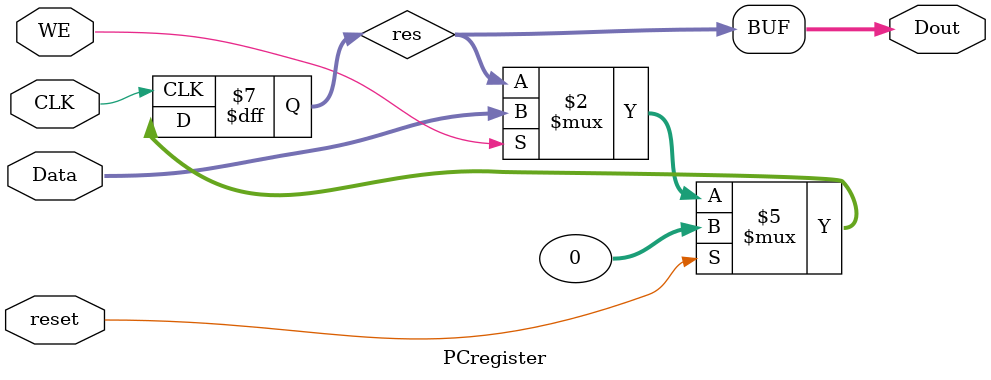
<source format=v>
`timescale 1ns / 1ps
module PCregister(input [31:0] Data, input CLK, input WE, input reset, output [31:0] Dout);
   reg [31:0] res;
	assign Dout = res;
	always @(posedge CLK) 
	begin
		if (reset)
			res <= 32'b0;
		else if (WE)
			res <= Data;
	end
endmodule

</source>
